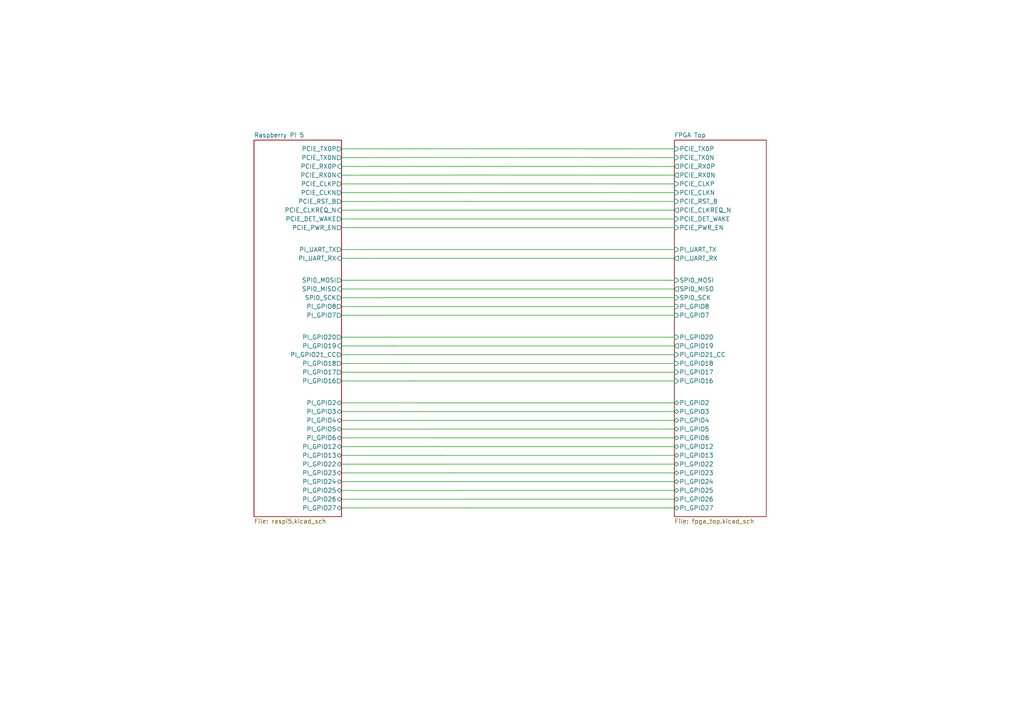
<source format=kicad_sch>
(kicad_sch
	(version 20250114)
	(generator "eeschema")
	(generator_version "9.0")
	(uuid "e63e39d7-6ac0-4ffd-8aa3-1841a4541b55")
	(paper "A4")
	(title_block
		(title "Pi 5 - Artix XC7A50T - PCIe FPGA Hat")
		(date "2025-07-17")
		(rev "1.2")
		(company "George Smart, M1GEO")
		(comment 1 "https://github.com/m1geo/Pi5-Artix-FPGA-Hat")
		(comment 2 "https://www.george-smart.co.uk")
		(comment 3 "Update to V1.2 by Intergalaktik d.o.o.")
	)
	(lib_symbols)
	(wire
		(pts
			(xy 99.06 105.4137) (xy 116.84 105.4137)
		)
		(stroke
			(width 0)
			(type default)
		)
		(uuid "02ac9feb-712c-4bbd-8281-249614ef2b50")
	)
	(wire
		(pts
			(xy 105.41 72.39) (xy 105.41 72.3863)
		)
		(stroke
			(width 0)
			(type default)
		)
		(uuid "0c6c2cfb-ece0-406c-8f26-a2f81c579972")
	)
	(wire
		(pts
			(xy 119.38 110.49) (xy 195.58 110.49)
		)
		(stroke
			(width 0)
			(type default)
		)
		(uuid "0d0483c7-9801-4c44-a283-e4a78048c75e")
	)
	(wire
		(pts
			(xy 99.06 53.3437) (xy 135.2559 53.3223)
		)
		(stroke
			(width 0)
			(type default)
		)
		(uuid "0d34ff5b-016f-4999-83ae-029070a0af04")
	)
	(wire
		(pts
			(xy 133.35 142.2437) (xy 133.35 142.24)
		)
		(stroke
			(width 0)
			(type default)
		)
		(uuid "19ca8c03-86ca-4dc7-a2d6-6c0b5895bf94")
	)
	(wire
		(pts
			(xy 110.49 86.3563) (xy 195.58 86.3563)
		)
		(stroke
			(width 0)
			(type default)
		)
		(uuid "1b118c4b-781a-4a18-9d65-f79a33f972dc")
	)
	(wire
		(pts
			(xy 99.06 121.9237) (xy 123.19 121.9237)
		)
		(stroke
			(width 0)
			(type default)
		)
		(uuid "1c9d3112-772d-4e6f-bd2e-8a21f1b93f41")
	)
	(wire
		(pts
			(xy 127 129.54) (xy 195.58 129.54)
		)
		(stroke
			(width 0)
			(type default)
		)
		(uuid "1ebcafa5-0645-4b4d-841d-c03619e094f8")
	)
	(wire
		(pts
			(xy 130.81 137.1637) (xy 130.81 137.16)
		)
		(stroke
			(width 0)
			(type default)
		)
		(uuid "1ff29c10-584b-46e6-ab36-1ab202e557c4")
	)
	(wire
		(pts
			(xy 101.6 60.96) (xy 195.58 60.96)
		)
		(stroke
			(width 0)
			(type default)
		)
		(uuid "23a0ea89-1241-4f13-89b7-d4cdd3d3ab5c")
	)
	(wire
		(pts
			(xy 119.38 110.4937) (xy 119.38 110.49)
		)
		(stroke
			(width 0)
			(type default)
		)
		(uuid "24937d42-b5a5-4dab-a7d3-f8a030a52019")
	)
	(wire
		(pts
			(xy 99.06 86.36) (xy 110.49 86.36)
		)
		(stroke
			(width 0)
			(type default)
		)
		(uuid "262d621e-b76e-42de-bfbc-a4e9740840a5")
	)
	(wire
		(pts
			(xy 99.06 63.5037) (xy 102.87 63.5037)
		)
		(stroke
			(width 0)
			(type default)
		)
		(uuid "2910cadb-3785-409d-ae54-436e28be1783")
	)
	(wire
		(pts
			(xy 135.2566 45.6882) (xy 195.58 45.72)
		)
		(stroke
			(width 0)
			(type default)
		)
		(uuid "2e54617d-e936-48f4-b102-b1bda721e129")
	)
	(wire
		(pts
			(xy 99.06 102.8737) (xy 115.57 102.8737)
		)
		(stroke
			(width 0)
			(type default)
		)
		(uuid "32c39ff6-6ee5-482c-b780-73fd0769fbbf")
	)
	(wire
		(pts
			(xy 113.03 97.7937) (xy 113.03 97.79)
		)
		(stroke
			(width 0)
			(type default)
		)
		(uuid "333e51bd-18e4-491d-ae8e-462b79a93fe4")
	)
	(wire
		(pts
			(xy 99.06 72.39) (xy 105.41 72.39)
		)
		(stroke
			(width 0)
			(type default)
		)
		(uuid "3eb9fb5d-153f-49ca-96e4-04973e2ee1d9")
	)
	(wire
		(pts
			(xy 99.06 97.7937) (xy 113.03 97.7937)
		)
		(stroke
			(width 0)
			(type default)
		)
		(uuid "3f36851e-df64-4a56-a087-44e1ac260270")
	)
	(wire
		(pts
			(xy 99.06 81.28) (xy 195.58 81.28)
		)
		(stroke
			(width 0)
			(type default)
		)
		(uuid "3fa734b0-8d37-4526-b6ce-dc6f9e65067a")
	)
	(wire
		(pts
			(xy 99.06 142.2437) (xy 133.35 142.2437)
		)
		(stroke
			(width 0)
			(type default)
		)
		(uuid "40e8ba5b-44f5-474b-a791-1e9963e6191b")
	)
	(wire
		(pts
			(xy 99.06 74.93) (xy 106.68 74.93)
		)
		(stroke
			(width 0)
			(type default)
		)
		(uuid "42f57bcf-5fc8-43f5-8b04-29b2fe07e6a4")
	)
	(wire
		(pts
			(xy 99.06 132.0837) (xy 128.27 132.0837)
		)
		(stroke
			(width 0)
			(type default)
		)
		(uuid "45a3e733-8c87-45dc-9c85-fa04a4a2c9a8")
	)
	(wire
		(pts
			(xy 128.27 132.0837) (xy 128.27 132.08)
		)
		(stroke
			(width 0)
			(type default)
		)
		(uuid "4af40cac-8dc8-44ba-a9c0-23682f5c8f08")
	)
	(wire
		(pts
			(xy 118.11 107.95) (xy 195.58 107.95)
		)
		(stroke
			(width 0)
			(type default)
		)
		(uuid "4be8b9c1-e0e0-4556-b563-c06033ab0e71")
	)
	(wire
		(pts
			(xy 99.06 147.3237) (xy 135.89 147.3237)
		)
		(stroke
			(width 0)
			(type default)
		)
		(uuid "4bf4c4a8-a358-43bd-81a9-7b655396ff28")
	)
	(wire
		(pts
			(xy 135.89 147.3237) (xy 135.89 147.32)
		)
		(stroke
			(width 0)
			(type default)
		)
		(uuid "4cab3ec6-e18c-45d3-9925-5ab5c90a4e56")
	)
	(wire
		(pts
			(xy 99.06 66.0437) (xy 104.14 66.0437)
		)
		(stroke
			(width 0)
			(type default)
		)
		(uuid "4ce23b80-a4aa-4fdc-be2e-790fa62849ca")
	)
	(wire
		(pts
			(xy 135.2561 50.7777) (xy 195.58 50.8)
		)
		(stroke
			(width 0)
			(type default)
		)
		(uuid "4da2e6f0-a301-4a5f-aadc-9f56e1f3fc23")
	)
	(wire
		(pts
			(xy 99.06 48.2637) (xy 135.2564 48.2329)
		)
		(stroke
			(width 0)
			(type default)
		)
		(uuid "4e09ec43-8680-405c-ae9e-bc56552fe1e1")
	)
	(wire
		(pts
			(xy 99.06 129.5437) (xy 127 129.5437)
		)
		(stroke
			(width 0)
			(type default)
		)
		(uuid "4f301f82-9b3d-42ad-ab33-788fd5a3cd50")
	)
	(wire
		(pts
			(xy 102.87 63.5) (xy 195.58 63.5)
		)
		(stroke
			(width 0)
			(type default)
		)
		(uuid "503000b4-96d0-4c9a-987e-56d86cd5c88c")
	)
	(wire
		(pts
			(xy 102.87 63.5037) (xy 102.87 63.5)
		)
		(stroke
			(width 0)
			(type default)
		)
		(uuid "57086900-99ee-4afc-a22c-4da21461054a")
	)
	(wire
		(pts
			(xy 128.27 132.08) (xy 195.58 132.08)
		)
		(stroke
			(width 0)
			(type default)
		)
		(uuid "6073860c-564c-4eeb-978d-537b7daa841c")
	)
	(wire
		(pts
			(xy 104.14 66.04) (xy 195.58 66.04)
		)
		(stroke
			(width 0)
			(type default)
		)
		(uuid "65efe534-1fc4-48e3-87f0-6d9251e05c3f")
	)
	(wire
		(pts
			(xy 132.08 139.7) (xy 195.58 139.7)
		)
		(stroke
			(width 0)
			(type default)
		)
		(uuid "68952c09-2d9c-4a4a-ad57-bf70b86c2519")
	)
	(wire
		(pts
			(xy 99.06 45.7237) (xy 135.2566 45.6882)
		)
		(stroke
			(width 0)
			(type default)
		)
		(uuid "6c3b696f-c187-47d4-819a-32dd3dcace29")
	)
	(wire
		(pts
			(xy 120.65 116.84) (xy 195.58 116.84)
		)
		(stroke
			(width 0)
			(type default)
		)
		(uuid "6db51665-0575-40e0-8ff4-714f44a5ef92")
	)
	(wire
		(pts
			(xy 115.57 102.87) (xy 195.58 102.87)
		)
		(stroke
			(width 0)
			(type default)
		)
		(uuid "6f0c3ae0-c190-4b85-b17e-7d5d153d78a2")
	)
	(wire
		(pts
			(xy 104.14 66.0437) (xy 104.14 66.04)
		)
		(stroke
			(width 0)
			(type default)
		)
		(uuid "6f9e2895-3f6c-4d42-b7fd-a5d6e82c6849")
	)
	(wire
		(pts
			(xy 130.81 137.16) (xy 195.58 137.16)
		)
		(stroke
			(width 0)
			(type default)
		)
		(uuid "70f78df0-1a7c-40a9-af0c-8c644a3eb314")
	)
	(wire
		(pts
			(xy 105.41 72.3863) (xy 195.58 72.3863)
		)
		(stroke
			(width 0)
			(type default)
		)
		(uuid "76ef4bb3-77cc-427e-b360-ba313e2d52ce")
	)
	(wire
		(pts
			(xy 106.68 74.9263) (xy 195.58 74.9263)
		)
		(stroke
			(width 0)
			(type default)
		)
		(uuid "7a7f76a0-b112-4bcf-b2bf-61babbfae920")
	)
	(wire
		(pts
			(xy 99.06 127.0037) (xy 125.73 127.0037)
		)
		(stroke
			(width 0)
			(type default)
		)
		(uuid "7c71ced6-fd13-447c-8358-a44b3c72656f")
	)
	(wire
		(pts
			(xy 136.525 88.9) (xy 195.58 88.8963)
		)
		(stroke
			(width 0)
			(type default)
		)
		(uuid "7d6178ef-b8d6-4d42-b4aa-76de6824fc00")
	)
	(wire
		(pts
			(xy 127 129.5437) (xy 127 129.54)
		)
		(stroke
			(width 0)
			(type default)
		)
		(uuid "807ffb8f-3427-4033-b74b-c6f48627750f")
	)
	(wire
		(pts
			(xy 99.06 91.44) (xy 111.76 91.44)
		)
		(stroke
			(width 0)
			(type default)
		)
		(uuid "80a250fa-7411-41c4-ae35-297f1e211470")
	)
	(wire
		(pts
			(xy 135.2559 53.3223) (xy 195.58 53.34)
		)
		(stroke
			(width 0)
			(type default)
		)
		(uuid "87a6ae65-6624-4cad-bd11-b0341b14d184")
	)
	(wire
		(pts
			(xy 118.11 107.9537) (xy 118.11 107.95)
		)
		(stroke
			(width 0)
			(type default)
		)
		(uuid "8950c5d5-f264-4362-ba3e-072bb8d90302")
	)
	(wire
		(pts
			(xy 99.06 88.9) (xy 136.525 88.9)
		)
		(stroke
			(width 0)
			(type default)
		)
		(uuid "89f65ce3-32a0-4453-a950-dd7489bb99c6")
	)
	(wire
		(pts
			(xy 114.3 100.33) (xy 195.58 100.33)
		)
		(stroke
			(width 0)
			(type default)
		)
		(uuid "8b78c264-03ad-4fec-81a8-95528ad5c621")
	)
	(wire
		(pts
			(xy 135.2564 48.2329) (xy 195.58 48.26)
		)
		(stroke
			(width 0)
			(type default)
		)
		(uuid "8c2783ad-b795-415f-b3f7-0258f13df044")
	)
	(wire
		(pts
			(xy 99.06 83.82) (xy 195.58 83.82)
		)
		(stroke
			(width 0)
			(type default)
		)
		(uuid "8f06c6e4-d820-4b5e-97bd-2f34564968b7")
	)
	(wire
		(pts
			(xy 116.84 105.41) (xy 195.58 105.41)
		)
		(stroke
			(width 0)
			(type default)
		)
		(uuid "93823b37-4cf6-49b2-8ba0-87bf010fc75e")
	)
	(wire
		(pts
			(xy 135.2557 55.8668) (xy 195.58 55.88)
		)
		(stroke
			(width 0)
			(type default)
		)
		(uuid "961cff86-4606-45d4-9cb3-4c76d0e9e011")
	)
	(wire
		(pts
			(xy 124.46 124.4637) (xy 124.46 124.46)
		)
		(stroke
			(width 0)
			(type default)
		)
		(uuid "9a6ba268-eb19-47a5-8664-4939c5c2797e")
	)
	(wire
		(pts
			(xy 116.84 105.4137) (xy 116.84 105.41)
		)
		(stroke
			(width 0)
			(type default)
		)
		(uuid "9ba30bd1-49c4-4a4c-a08f-60b0f8878575")
	)
	(wire
		(pts
			(xy 129.54 134.62) (xy 195.58 134.62)
		)
		(stroke
			(width 0)
			(type default)
		)
		(uuid "9c672beb-2821-4ce7-9ec0-0bc86a01df3b")
	)
	(wire
		(pts
			(xy 120.65 116.8437) (xy 120.65 116.84)
		)
		(stroke
			(width 0)
			(type default)
		)
		(uuid "a13c25ac-d702-4666-80aa-484c29e9ff93")
	)
	(wire
		(pts
			(xy 111.76 91.4363) (xy 195.58 91.4363)
		)
		(stroke
			(width 0)
			(type default)
		)
		(uuid "a58b7a47-399d-49d2-9901-7357caeb02e4")
	)
	(wire
		(pts
			(xy 99.06 124.4637) (xy 124.46 124.4637)
		)
		(stroke
			(width 0)
			(type default)
		)
		(uuid "a87555a4-64d1-4a5b-b180-26c039f4f416")
	)
	(wire
		(pts
			(xy 99.06 134.6237) (xy 129.54 134.6237)
		)
		(stroke
			(width 0)
			(type default)
		)
		(uuid "a8f937b3-8971-448f-8819-b20f9d5122a5")
	)
	(wire
		(pts
			(xy 125.73 127) (xy 195.58 127)
		)
		(stroke
			(width 0)
			(type default)
		)
		(uuid "ad707f59-b3b1-4ce8-9483-f7c729813efc")
	)
	(wire
		(pts
			(xy 135.2555 58.4113) (xy 195.58 58.42)
		)
		(stroke
			(width 0)
			(type default)
		)
		(uuid "b01fab68-d741-472d-9e1e-fd80a72fd5ee")
	)
	(wire
		(pts
			(xy 124.46 124.46) (xy 195.58 124.46)
		)
		(stroke
			(width 0)
			(type default)
		)
		(uuid "b12cc5c1-187f-496c-8595-1d607e77a833")
	)
	(wire
		(pts
			(xy 123.19 121.92) (xy 195.58 121.92)
		)
		(stroke
			(width 0)
			(type default)
		)
		(uuid "b34e66f3-4601-45d8-a6f0-051f4765d2da")
	)
	(wire
		(pts
			(xy 121.92 119.38) (xy 195.58 119.38)
		)
		(stroke
			(width 0)
			(type default)
		)
		(uuid "b3d9814a-7a8a-46d2-ac2e-eb62fc97b4c8")
	)
	(wire
		(pts
			(xy 134.62 144.7837) (xy 134.62 144.78)
		)
		(stroke
			(width 0)
			(type default)
		)
		(uuid "b688418b-5b62-4832-8d07-f7e422292d7a")
	)
	(wire
		(pts
			(xy 99.06 116.8437) (xy 120.65 116.8437)
		)
		(stroke
			(width 0)
			(type default)
		)
		(uuid "b6e83cd7-26ac-46ac-a571-ae28fb13c24d")
	)
	(wire
		(pts
			(xy 129.54 134.6237) (xy 129.54 134.62)
		)
		(stroke
			(width 0)
			(type default)
		)
		(uuid "c11cbd2d-099c-4f6f-ab55-4ba903d660e5")
	)
	(wire
		(pts
			(xy 101.6 60.9637) (xy 101.6 60.96)
		)
		(stroke
			(width 0)
			(type default)
		)
		(uuid "c1a12125-c020-4c4e-b08e-63a12d38fde4")
	)
	(wire
		(pts
			(xy 99.06 58.4237) (xy 135.2555 58.4113)
		)
		(stroke
			(width 0)
			(type default)
		)
		(uuid "c2bd1bb0-e97a-4592-a741-ad4d2178e345")
	)
	(wire
		(pts
			(xy 106.68 74.93) (xy 106.68 74.9263)
		)
		(stroke
			(width 0)
			(type default)
		)
		(uuid "c37413c5-c2cd-4ed4-8417-6803ed262e12")
	)
	(wire
		(pts
			(xy 99.06 55.8837) (xy 135.2557 55.8668)
		)
		(stroke
			(width 0)
			(type default)
		)
		(uuid "c382e6fe-2ef2-434a-a1da-b089b08ca387")
	)
	(wire
		(pts
			(xy 99.06 60.9637) (xy 101.6 60.9637)
		)
		(stroke
			(width 0)
			(type default)
		)
		(uuid "c38e2089-44d4-4018-99ed-8e9e8701213e")
	)
	(wire
		(pts
			(xy 99.06 137.1637) (xy 130.81 137.1637)
		)
		(stroke
			(width 0)
			(type default)
		)
		(uuid "c59037d7-aaf5-4509-a212-54c0ae8bd3bc")
	)
	(wire
		(pts
			(xy 99.06 100.3337) (xy 114.3 100.3337)
		)
		(stroke
			(width 0)
			(type default)
		)
		(uuid "cafe29a0-6ffa-45a1-b764-d2225f508393")
	)
	(wire
		(pts
			(xy 135.89 147.32) (xy 195.58 147.32)
		)
		(stroke
			(width 0)
			(type default)
		)
		(uuid "cb2a508c-cca2-4d2c-82b7-531fb9d9d901")
	)
	(wire
		(pts
			(xy 115.57 102.8737) (xy 115.57 102.87)
		)
		(stroke
			(width 0)
			(type default)
		)
		(uuid "ccbcaf71-6bd9-4948-b7ea-c804f9c8f282")
	)
	(wire
		(pts
			(xy 99.06 119.3837) (xy 121.92 119.3837)
		)
		(stroke
			(width 0)
			(type default)
		)
		(uuid "cd3a1b66-5280-453a-b96a-a4f45b862409")
	)
	(wire
		(pts
			(xy 110.49 86.36) (xy 110.49 86.3563)
		)
		(stroke
			(width 0)
			(type default)
		)
		(uuid "ce3d87fa-ba8e-4c11-96f7-569b6ba5d4b3")
	)
	(wire
		(pts
			(xy 99.06 50.8037) (xy 135.2561 50.7777)
		)
		(stroke
			(width 0)
			(type default)
		)
		(uuid "ce489878-17cf-4349-9f22-08d652ba02de")
	)
	(wire
		(pts
			(xy 133.35 142.24) (xy 195.58 142.24)
		)
		(stroke
			(width 0)
			(type default)
		)
		(uuid "d90a3140-4f06-40b8-b1b6-a5b308fa487c")
	)
	(wire
		(pts
			(xy 99.06 110.4937) (xy 119.38 110.4937)
		)
		(stroke
			(width 0)
			(type default)
		)
		(uuid "dfbc1e8d-e5b4-4989-abf9-09f22ac1d89d")
	)
	(wire
		(pts
			(xy 123.19 121.9237) (xy 123.19 121.92)
		)
		(stroke
			(width 0)
			(type default)
		)
		(uuid "e0fba43d-adfe-4261-8bb7-32341960d9e3")
	)
	(wire
		(pts
			(xy 111.76 91.44) (xy 111.76 91.4363)
		)
		(stroke
			(width 0)
			(type default)
		)
		(uuid "e15113da-f4c8-4617-b33f-656d00f6ae5c")
	)
	(wire
		(pts
			(xy 121.92 119.3837) (xy 121.92 119.38)
		)
		(stroke
			(width 0)
			(type default)
		)
		(uuid "e311e99a-bde9-470c-9329-28a61b73ff0c")
	)
	(wire
		(pts
			(xy 99.06 43.1837) (xy 135.2568 43.1433)
		)
		(stroke
			(width 0)
			(type default)
		)
		(uuid "e9a786c4-292f-4822-ab57-502c0aafe328")
	)
	(wire
		(pts
			(xy 135.2568 43.1433) (xy 195.58 43.18)
		)
		(stroke
			(width 0)
			(type default)
		)
		(uuid "eb60f424-9a0d-4071-a0f0-8cb71bbe138d")
	)
	(wire
		(pts
			(xy 134.62 144.78) (xy 195.58 144.78)
		)
		(stroke
			(width 0)
			(type default)
		)
		(uuid "ecbb6a53-cd2d-4013-9743-e7daddc1f133")
	)
	(wire
		(pts
			(xy 132.08 139.7037) (xy 132.08 139.7)
		)
		(stroke
			(width 0)
			(type default)
		)
		(uuid "ee58e6fe-e470-4ece-903f-b9120547a30e")
	)
	(wire
		(pts
			(xy 99.06 139.7037) (xy 132.08 139.7037)
		)
		(stroke
			(width 0)
			(type default)
		)
		(uuid "eeceef46-a8cf-4bdb-a997-e89d59f23619")
	)
	(wire
		(pts
			(xy 113.03 97.79) (xy 195.58 97.79)
		)
		(stroke
			(width 0)
			(type default)
		)
		(uuid "f1fc0fcd-69d9-4017-b4d1-2cfa6c01dcd1")
	)
	(wire
		(pts
			(xy 99.06 107.9537) (xy 118.11 107.9537)
		)
		(stroke
			(width 0)
			(type default)
		)
		(uuid "f4349c21-8fab-4809-aec8-cee196e2fc82")
	)
	(wire
		(pts
			(xy 99.06 144.7837) (xy 134.62 144.7837)
		)
		(stroke
			(width 0)
			(type default)
		)
		(uuid "f4cc1405-1428-45bd-850e-fae0d3c8d0ec")
	)
	(wire
		(pts
			(xy 114.3 100.3337) (xy 114.3 100.33)
		)
		(stroke
			(width 0)
			(type default)
		)
		(uuid "f64b4602-abfc-44ed-a7c6-67f2b03f6ae2")
	)
	(wire
		(pts
			(xy 125.73 127.0037) (xy 125.73 127)
		)
		(stroke
			(width 0)
			(type default)
		)
		(uuid "ffe272e1-bb6f-4ed6-aae9-ee043a932fd7")
	)
	(sheet
		(at 195.58 40.64)
		(size 26.67 109.22)
		(exclude_from_sim no)
		(in_bom yes)
		(on_board yes)
		(dnp no)
		(fields_autoplaced yes)
		(stroke
			(width 0.1524)
			(type solid)
		)
		(fill
			(color 0 0 0 0.0000)
		)
		(uuid "58f29d61-b732-4149-afb6-3ea37966fd1b")
		(property "Sheetname" "FPGA Top"
			(at 195.58 39.9284 0)
			(effects
				(font
					(size 1.27 1.27)
				)
				(justify left bottom)
			)
		)
		(property "Sheetfile" "fpga_top.kicad_sch"
			(at 195.58 150.4446 0)
			(effects
				(font
					(size 1.27 1.27)
				)
				(justify left top)
			)
		)
		(pin "PCIE_TX0N" input
			(at 195.58 45.72 180)
			(uuid "d68bd765-7c33-40ad-9932-10831224060b")
			(effects
				(font
					(size 1.27 1.27)
				)
				(justify left)
			)
		)
		(pin "PCIE_CLKREQ_N" output
			(at 195.58 60.96 180)
			(uuid "e8f6f937-da83-4ea0-8746-ce95190c93c5")
			(effects
				(font
					(size 1.27 1.27)
				)
				(justify left)
			)
		)
		(pin "PCIE_PWR_EN" input
			(at 195.58 66.04 180)
			(uuid "5ff0be88-8614-48ce-b8a1-b663b2d26556")
			(effects
				(font
					(size 1.27 1.27)
				)
				(justify left)
			)
		)
		(pin "PCIE_DET_WAKE" input
			(at 195.58 63.5 180)
			(uuid "b17aeae2-497c-4ecd-9e12-caff8b3c5f0e")
			(effects
				(font
					(size 1.27 1.27)
				)
				(justify left)
			)
		)
		(pin "PCIE_RST_B" input
			(at 195.58 58.42 180)
			(uuid "a16b847e-887f-4b97-a0ef-959c8c702faa")
			(effects
				(font
					(size 1.27 1.27)
				)
				(justify left)
			)
		)
		(pin "PCIE_TX0P" input
			(at 195.58 43.18 180)
			(uuid "a8bc6da0-2f26-4def-a3cb-db16830e3b90")
			(effects
				(font
					(size 1.27 1.27)
				)
				(justify left)
			)
		)
		(pin "PCIE_RX0P" output
			(at 195.58 48.26 180)
			(uuid "03d76a75-fd1f-4086-9335-3249c0048be6")
			(effects
				(font
					(size 1.27 1.27)
				)
				(justify left)
			)
		)
		(pin "PCIE_RX0N" output
			(at 195.58 50.8 180)
			(uuid "ad3ab33e-2f41-473b-b20c-86ee0f4b004e")
			(effects
				(font
					(size 1.27 1.27)
				)
				(justify left)
			)
		)
		(pin "PCIE_CLKN" input
			(at 195.58 55.88 180)
			(uuid "9e09183f-00de-4565-ac90-db6f7dc97cbf")
			(effects
				(font
					(size 1.27 1.27)
				)
				(justify left)
			)
		)
		(pin "PCIE_CLKP" input
			(at 195.58 53.34 180)
			(uuid "db463fcf-e078-4fef-af56-49bdc84e78cc")
			(effects
				(font
					(size 1.27 1.27)
				)
				(justify left)
			)
		)
		(pin "SPI0_MISO" output
			(at 195.58 83.82 180)
			(uuid "3cbe720a-056d-4fe5-ac52-baf95ad931a4")
			(effects
				(font
					(size 1.27 1.27)
				)
				(justify left)
			)
		)
		(pin "PI_GPIO27" bidirectional
			(at 195.58 147.32 180)
			(uuid "fcf5c856-2ac1-4350-a463-7ebd0c8a8121")
			(effects
				(font
					(size 1.27 1.27)
				)
				(justify left)
			)
		)
		(pin "SPI0_MOSI" input
			(at 195.58 81.28 180)
			(uuid "844c3951-a591-4f45-978e-d9daafc5086a")
			(effects
				(font
					(size 1.27 1.27)
				)
				(justify left)
			)
		)
		(pin "PI_GPIO22" bidirectional
			(at 195.58 134.62 180)
			(uuid "682f4d33-6300-42fa-a12a-77d4394f77d5")
			(effects
				(font
					(size 1.27 1.27)
				)
				(justify left)
			)
		)
		(pin "SPI0_SCK" input
			(at 195.58 86.3563 180)
			(uuid "b2e3f0d7-915f-41b7-9fb3-8a3b6e2c9c1f")
			(effects
				(font
					(size 1.27 1.27)
				)
				(justify left)
			)
		)
		(pin "PI_GPIO5" bidirectional
			(at 195.58 124.46 180)
			(uuid "52f83acb-417d-499b-8f39-0df833723692")
			(effects
				(font
					(size 1.27 1.27)
				)
				(justify left)
			)
		)
		(pin "PI_GPIO26" bidirectional
			(at 195.58 144.78 180)
			(uuid "5e3cc1dc-faec-4387-940e-d1422a19378f")
			(effects
				(font
					(size 1.27 1.27)
				)
				(justify left)
			)
		)
		(pin "PI_GPIO19" output
			(at 195.58 100.33 180)
			(uuid "cc95c1ce-b55c-4910-b0aa-58d61011e863")
			(effects
				(font
					(size 1.27 1.27)
				)
				(justify left)
			)
		)
		(pin "PI_UART_RX" output
			(at 195.58 74.9263 180)
			(uuid "0ee1de32-5817-4b02-8baa-b9609402ee1b")
			(effects
				(font
					(size 1.27 1.27)
				)
				(justify left)
			)
		)
		(pin "PI_GPIO13" bidirectional
			(at 195.58 132.08 180)
			(uuid "aed31251-41d9-4d79-84c1-dc1eaa3ec176")
			(effects
				(font
					(size 1.27 1.27)
				)
				(justify left)
			)
		)
		(pin "PI_GPIO6" bidirectional
			(at 195.58 127 180)
			(uuid "57aaa1ba-d124-48a2-a5f8-e6a340dd6b82")
			(effects
				(font
					(size 1.27 1.27)
				)
				(justify left)
			)
		)
		(pin "PI_UART_TX" input
			(at 195.58 72.3863 180)
			(uuid "c943a2a2-760f-4561-ac09-b1eaff0255b4")
			(effects
				(font
					(size 1.27 1.27)
				)
				(justify left)
			)
		)
		(pin "PI_GPIO4" bidirectional
			(at 195.58 121.92 180)
			(uuid "9f6dd209-4b1f-4306-a869-d46c0b3e28b3")
			(effects
				(font
					(size 1.27 1.27)
				)
				(justify left)
			)
		)
		(pin "PI_GPIO17" input
			(at 195.58 107.95 180)
			(uuid "dea226e6-6459-490d-a677-d98ddcbfb82f")
			(effects
				(font
					(size 1.27 1.27)
				)
				(justify left)
			)
		)
		(pin "PI_GPIO24" bidirectional
			(at 195.58 139.7 180)
			(uuid "dfd6be7e-f286-4475-8eef-88e6912ee806")
			(effects
				(font
					(size 1.27 1.27)
				)
				(justify left)
			)
		)
		(pin "PI_GPIO8" input
			(at 195.58 88.8963 180)
			(uuid "425d0e46-3ee6-4a70-a026-1b54f6977632")
			(effects
				(font
					(size 1.27 1.27)
				)
				(justify left)
			)
		)
		(pin "PI_GPIO18" input
			(at 195.58 105.41 180)
			(uuid "233a1551-dd4a-40af-a831-b937331dba08")
			(effects
				(font
					(size 1.27 1.27)
				)
				(justify left)
			)
		)
		(pin "PI_GPIO25" bidirectional
			(at 195.58 142.24 180)
			(uuid "84e8c2c4-7137-4569-8fef-3196887e6533")
			(effects
				(font
					(size 1.27 1.27)
				)
				(justify left)
			)
		)
		(pin "PI_GPIO23" bidirectional
			(at 195.58 137.16 180)
			(uuid "1896d857-7465-46ff-8df3-b45ee1e93800")
			(effects
				(font
					(size 1.27 1.27)
				)
				(justify left)
			)
		)
		(pin "PI_GPIO7" input
			(at 195.58 91.4363 180)
			(uuid "eb19658d-430b-4332-bac8-fac1e729c168")
			(effects
				(font
					(size 1.27 1.27)
				)
				(justify left)
			)
		)
		(pin "PI_GPIO12" bidirectional
			(at 195.58 129.54 180)
			(uuid "32590459-41b5-4d40-b28c-cf89c8861f51")
			(effects
				(font
					(size 1.27 1.27)
				)
				(justify left)
			)
		)
		(pin "PI_GPIO16" input
			(at 195.58 110.49 180)
			(uuid "cfbc577b-908b-40ee-b0bf-d0762cf95bcb")
			(effects
				(font
					(size 1.27 1.27)
				)
				(justify left)
			)
		)
		(pin "PI_GPIO20" input
			(at 195.58 97.79 180)
			(uuid "3e79444f-35ea-48bd-beef-782380b6894a")
			(effects
				(font
					(size 1.27 1.27)
				)
				(justify left)
			)
		)
		(pin "PI_GPIO21_CC" input
			(at 195.58 102.87 180)
			(uuid "4277a740-9f30-4d2f-8ce8-8ad3576dcb47")
			(effects
				(font
					(size 1.27 1.27)
				)
				(justify left)
			)
		)
		(pin "PI_GPIO3" bidirectional
			(at 195.58 119.38 180)
			(uuid "92104840-79d0-4f19-94b8-c2391669f35a")
			(effects
				(font
					(size 1.27 1.27)
				)
				(justify left)
			)
		)
		(pin "PI_GPIO2" bidirectional
			(at 195.58 116.84 180)
			(uuid "761a5fde-e4cf-42b0-87c5-b8d18a7ce1c1")
			(effects
				(font
					(size 1.27 1.27)
				)
				(justify left)
			)
		)
		(instances
			(project "Pi5-Artix50T-Hat"
				(path "/e63e39d7-6ac0-4ffd-8aa3-1841a4541b55"
					(page "3")
				)
			)
		)
	)
	(sheet
		(at 73.66 40.6437)
		(size 25.4 109.22)
		(exclude_from_sim no)
		(in_bom yes)
		(on_board yes)
		(dnp no)
		(fields_autoplaced yes)
		(stroke
			(width 0.1524)
			(type solid)
		)
		(fill
			(color 0 0 0 0.0000)
		)
		(uuid "e4e6ab59-9796-41c2-b6d2-f170b467d852")
		(property "Sheetname" "Raspberry Pi 5"
			(at 73.66 39.9321 0)
			(effects
				(font
					(size 1.27 1.27)
				)
				(justify left bottom)
			)
		)
		(property "Sheetfile" "raspi5.kicad_sch"
			(at 73.66 150.4483 0)
			(effects
				(font
					(size 1.27 1.27)
				)
				(justify left top)
			)
		)
		(pin "PI_GPIO4" bidirectional
			(at 99.06 121.9237 0)
			(uuid "28e64b8a-7e8c-4188-bcd4-62c6fee9b562")
			(effects
				(font
					(size 1.27 1.27)
				)
				(justify right)
			)
		)
		(pin "SPI0_MISO" input
			(at 99.06 83.82 0)
			(uuid "37c0ae75-7a94-4b5c-b78f-fec565566388")
			(effects
				(font
					(size 1.27 1.27)
				)
				(justify right)
			)
		)
		(pin "SPI0_MOSI" output
			(at 99.06 81.28 0)
			(uuid "810f3861-4f82-460b-80a2-0bed8a42ff75")
			(effects
				(font
					(size 1.27 1.27)
				)
				(justify right)
			)
		)
		(pin "SPI0_SCK" output
			(at 99.06 86.36 0)
			(uuid "922f6fa7-25dd-4d33-9688-a7d43f3a6dd3")
			(effects
				(font
					(size 1.27 1.27)
				)
				(justify right)
			)
		)
		(pin "PI_GPIO17" output
			(at 99.06 107.9537 0)
			(uuid "4c6863fc-688a-4f28-a993-31eacdfc0111")
			(effects
				(font
					(size 1.27 1.27)
				)
				(justify right)
			)
		)
		(pin "PI_GPIO27" bidirectional
			(at 99.06 147.3237 0)
			(uuid "ad421dd9-b5c2-4af0-b125-d6f99cd42d39")
			(effects
				(font
					(size 1.27 1.27)
				)
				(justify right)
			)
		)
		(pin "PI_GPIO22" bidirectional
			(at 99.06 134.6237 0)
			(uuid "8c872cab-e702-4b38-b3e2-237b7220313c")
			(effects
				(font
					(size 1.27 1.27)
				)
				(justify right)
			)
		)
		(pin "PI_GPIO5" bidirectional
			(at 99.06 124.4637 0)
			(uuid "e1c10ec6-3b23-4e4a-b50f-ea39dd362ce7")
			(effects
				(font
					(size 1.27 1.27)
				)
				(justify right)
			)
		)
		(pin "PI_GPIO6" bidirectional
			(at 99.06 127.0037 0)
			(uuid "d6de62f2-24ef-4527-8214-2fab202dae7a")
			(effects
				(font
					(size 1.27 1.27)
				)
				(justify right)
			)
		)
		(pin "PI_GPIO13" bidirectional
			(at 99.06 132.0837 0)
			(uuid "c094d6fc-daf3-424a-b295-559673939a6b")
			(effects
				(font
					(size 1.27 1.27)
				)
				(justify right)
			)
		)
		(pin "PI_GPIO19" input
			(at 99.06 100.3337 0)
			(uuid "6783ada3-7a3c-4cb5-b6d0-f2aa03da80e9")
			(effects
				(font
					(size 1.27 1.27)
				)
				(justify right)
			)
		)
		(pin "PI_GPIO26" bidirectional
			(at 99.06 144.7837 0)
			(uuid "ac50e83c-7903-4b16-b0cf-316d193bfbe2")
			(effects
				(font
					(size 1.27 1.27)
				)
				(justify right)
			)
		)
		(pin "PI_GPIO21_CC" output
			(at 99.06 102.8737 0)
			(uuid "426398bd-e151-48f6-a797-08d1334ab77a")
			(effects
				(font
					(size 1.27 1.27)
				)
				(justify right)
			)
		)
		(pin "PI_UART_RX" input
			(at 99.06 74.93 0)
			(uuid "c5285156-cd66-42b0-9fc7-ed6ee363d8f8")
			(effects
				(font
					(size 1.27 1.27)
				)
				(justify right)
			)
		)
		(pin "PI_GPIO20" output
			(at 99.06 97.7937 0)
			(uuid "9b969d7a-1803-4dd7-9f78-316639fb3cb8")
			(effects
				(font
					(size 1.27 1.27)
				)
				(justify right)
			)
		)
		(pin "PI_GPIO16" output
			(at 99.06 110.4937 0)
			(uuid "8f5b296d-6fa8-4522-bc1b-f80c779f687c")
			(effects
				(font
					(size 1.27 1.27)
				)
				(justify right)
			)
		)
		(pin "PI_GPIO7" output
			(at 99.06 91.44 0)
			(uuid "b4778538-9400-4a42-bf5f-b9c34715f30d")
			(effects
				(font
					(size 1.27 1.27)
				)
				(justify right)
			)
		)
		(pin "PI_GPIO12" bidirectional
			(at 99.06 129.5437 0)
			(uuid "fd69d563-a7cd-4a0d-bede-12c9317c457f")
			(effects
				(font
					(size 1.27 1.27)
				)
				(justify right)
			)
		)
		(pin "PI_UART_TX" output
			(at 99.06 72.39 0)
			(uuid "9bd8b40b-ee0e-482d-9c0b-d93b8b54481f")
			(effects
				(font
					(size 1.27 1.27)
				)
				(justify right)
			)
		)
		(pin "PI_GPIO8" output
			(at 99.06 88.9 0)
			(uuid "62be4d36-0ab4-4fd1-85d8-267acd941fbc")
			(effects
				(font
					(size 1.27 1.27)
				)
				(justify right)
			)
		)
		(pin "PI_GPIO18" output
			(at 99.06 105.4137 0)
			(uuid "bd40aa33-436e-471b-96fe-58ca099df3be")
			(effects
				(font
					(size 1.27 1.27)
				)
				(justify right)
			)
		)
		(pin "PI_GPIO25" bidirectional
			(at 99.06 142.2437 0)
			(uuid "7530a651-49cb-4355-8f5f-1cc994866c22")
			(effects
				(font
					(size 1.27 1.27)
				)
				(justify right)
			)
		)
		(pin "PI_GPIO24" bidirectional
			(at 99.06 139.7037 0)
			(uuid "f941a941-12a0-4381-84f3-43ebdbc5dbc6")
			(effects
				(font
					(size 1.27 1.27)
				)
				(justify right)
			)
		)
		(pin "PI_GPIO23" bidirectional
			(at 99.06 137.1637 0)
			(uuid "b52d37bb-3fc2-41d5-abc6-bd02723122a7")
			(effects
				(font
					(size 1.27 1.27)
				)
				(justify right)
			)
		)
		(pin "PCIE_RST_B" output
			(at 99.06 58.4237 0)
			(uuid "d9728672-029d-48c1-b915-56522b3cd0e1")
			(effects
				(font
					(size 1.27 1.27)
				)
				(justify right)
			)
		)
		(pin "PCIE_CLKREQ_N" input
			(at 99.06 60.9637 0)
			(uuid "d3a84124-6514-4f25-948a-c8e51982fe89")
			(effects
				(font
					(size 1.27 1.27)
				)
				(justify right)
			)
		)
		(pin "PCIE_DET_WAKE" output
			(at 99.06 63.5037 0)
			(uuid "b7724f5d-3df8-4534-a4c9-47611477c780")
			(effects
				(font
					(size 1.27 1.27)
				)
				(justify right)
			)
		)
		(pin "PCIE_PWR_EN" output
			(at 99.06 66.0437 0)
			(uuid "249ec684-4e71-4323-995f-c86fd18bb3d7")
			(effects
				(font
					(size 1.27 1.27)
				)
				(justify right)
			)
		)
		(pin "PCIE_TX0N" output
			(at 99.06 45.7237 0)
			(uuid "3db5ad56-7947-4bca-97c9-004e03605aa4")
			(effects
				(font
					(size 1.27 1.27)
				)
				(justify right)
			)
		)
		(pin "PCIE_TX0P" output
			(at 99.06 43.1837 0)
			(uuid "9424146d-d626-4eb4-833f-7a2c2f251f6d")
			(effects
				(font
					(size 1.27 1.27)
				)
				(justify right)
			)
		)
		(pin "PCIE_RX0P" input
			(at 99.06 48.2637 0)
			(uuid "b7c9e555-9b4e-4b4f-b32d-db026364e4ce")
			(effects
				(font
					(size 1.27 1.27)
				)
				(justify right)
			)
		)
		(pin "PCIE_CLKN" output
			(at 99.06 55.8837 0)
			(uuid "2478d562-a0f2-4f29-85d2-5297ab92ca04")
			(effects
				(font
					(size 1.27 1.27)
				)
				(justify right)
			)
		)
		(pin "PCIE_RX0N" input
			(at 99.06 50.8037 0)
			(uuid "f1d7ef3e-515b-4db4-b8a2-35ca9b1d62e7")
			(effects
				(font
					(size 1.27 1.27)
				)
				(justify right)
			)
		)
		(pin "PCIE_CLKP" output
			(at 99.06 53.3437 0)
			(uuid "000c18eb-054f-480c-a1bf-574d7eb923ec")
			(effects
				(font
					(size 1.27 1.27)
				)
				(justify right)
			)
		)
		(pin "PI_GPIO2" bidirectional
			(at 99.06 116.8437 0)
			(uuid "30c6ae98-6a9f-45fe-b39b-a6038e76f5cf")
			(effects
				(font
					(size 1.27 1.27)
				)
				(justify right)
			)
		)
		(pin "PI_GPIO3" bidirectional
			(at 99.06 119.3837 0)
			(uuid "e340c129-289f-4060-8f91-996893b125fb")
			(effects
				(font
					(size 1.27 1.27)
				)
				(justify right)
			)
		)
		(instances
			(project "Pi5-Artix50T-Hat"
				(path "/e63e39d7-6ac0-4ffd-8aa3-1841a4541b55"
					(page "2")
				)
			)
		)
	)
	(sheet_instances
		(path "/"
			(page "1")
		)
	)
	(embedded_fonts no)
)

</source>
